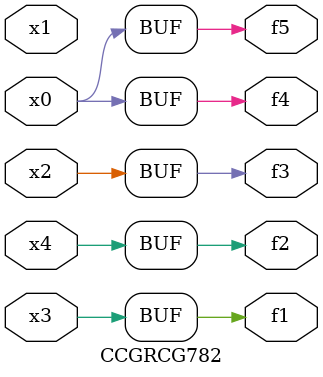
<source format=v>
module CCGRCG782(
	input x0, x1, x2, x3, x4,
	output f1, f2, f3, f4, f5
);
	assign f1 = x3;
	assign f2 = x4;
	assign f3 = x2;
	assign f4 = x0;
	assign f5 = x0;
endmodule

</source>
